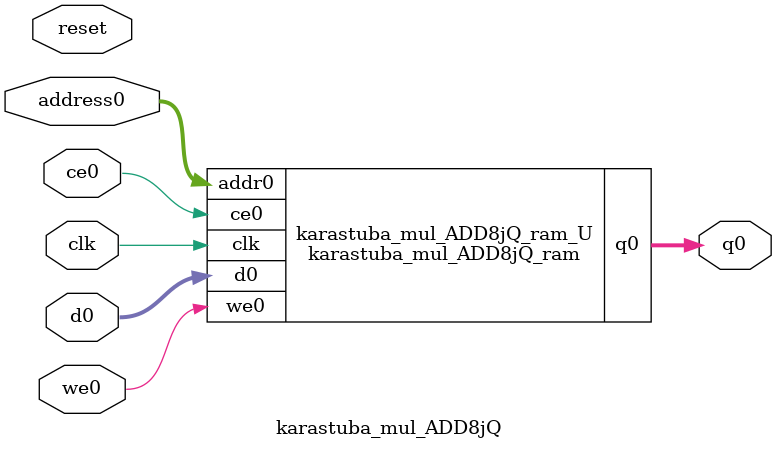
<source format=v>
`timescale 1 ns / 1 ps
module karastuba_mul_ADD8jQ_ram (addr0, ce0, d0, we0, q0,  clk);

parameter DWIDTH = 32;
parameter AWIDTH = 7;
parameter MEM_SIZE = 128;

input[AWIDTH-1:0] addr0;
input ce0;
input[DWIDTH-1:0] d0;
input we0;
output reg[DWIDTH-1:0] q0;
input clk;

(* ram_style = "block" *)reg [DWIDTH-1:0] ram[0:MEM_SIZE-1];




always @(posedge clk)  
begin 
    if (ce0) begin
        if (we0) 
            ram[addr0] <= d0; 
        q0 <= ram[addr0];
    end
end


endmodule

`timescale 1 ns / 1 ps
module karastuba_mul_ADD8jQ(
    reset,
    clk,
    address0,
    ce0,
    we0,
    d0,
    q0);

parameter DataWidth = 32'd32;
parameter AddressRange = 32'd128;
parameter AddressWidth = 32'd7;
input reset;
input clk;
input[AddressWidth - 1:0] address0;
input ce0;
input we0;
input[DataWidth - 1:0] d0;
output[DataWidth - 1:0] q0;



karastuba_mul_ADD8jQ_ram karastuba_mul_ADD8jQ_ram_U(
    .clk( clk ),
    .addr0( address0 ),
    .ce0( ce0 ),
    .we0( we0 ),
    .d0( d0 ),
    .q0( q0 ));

endmodule


</source>
